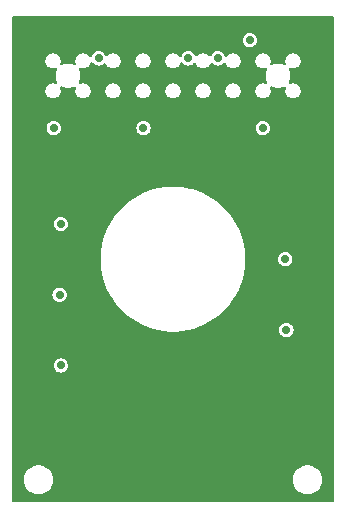
<source format=gbr>
%TF.GenerationSoftware,KiCad,Pcbnew,8.0.3*%
%TF.CreationDate,2024-07-14T16:13:23+03:00*%
%TF.ProjectId,TFT_Adapter,5446545f-4164-4617-9074-65722e6b6963,rev?*%
%TF.SameCoordinates,Original*%
%TF.FileFunction,Copper,L2,Inr*%
%TF.FilePolarity,Positive*%
%FSLAX46Y46*%
G04 Gerber Fmt 4.6, Leading zero omitted, Abs format (unit mm)*
G04 Created by KiCad (PCBNEW 8.0.3) date 2024-07-14 16:13:23*
%MOMM*%
%LPD*%
G01*
G04 APERTURE LIST*
%TA.AperFunction,ViaPad*%
%ADD10C,0.700000*%
%TD*%
G04 APERTURE END LIST*
D10*
%TO.N,/WRX*%
X155500000Y-61459500D03*
X139500000Y-89000000D03*
%TO.N,GND*%
X142500000Y-71500000D03*
X138000000Y-78500000D03*
X138000000Y-81600000D03*
X138000000Y-84600000D03*
X138000000Y-87700000D03*
X160000000Y-87800000D03*
X160000000Y-84600000D03*
X160000000Y-75500000D03*
X160000000Y-78500000D03*
X160000000Y-81600000D03*
X161300000Y-61600000D03*
X161300000Y-71000000D03*
X158100000Y-71000000D03*
X150800000Y-69700000D03*
X154700000Y-71000000D03*
X147600000Y-72000000D03*
X146700000Y-72000000D03*
X145800000Y-72000000D03*
X138000000Y-75500000D03*
X138000000Y-72000000D03*
X140400000Y-69700000D03*
X143700000Y-70000000D03*
X137000000Y-61500000D03*
%TO.N,/D6*%
X142700000Y-63000000D03*
X139400000Y-83000000D03*
%TO.N,/D1*%
X152800000Y-63000000D03*
X158500000Y-80000000D03*
%TO.N,/D3*%
X150300000Y-63000000D03*
X158600000Y-86000000D03*
%TO.N,/VCC*%
X156600000Y-68900000D03*
X146500000Y-68900000D03*
X139500000Y-77000000D03*
X138900000Y-68900000D03*
%TD*%
%TA.AperFunction,Conductor*%
%TO.N,GND*%
G36*
X162541621Y-59420502D02*
G01*
X162588114Y-59474158D01*
X162599500Y-59526500D01*
X162599500Y-100473500D01*
X162579498Y-100541621D01*
X162525842Y-100588114D01*
X162473500Y-100599500D01*
X135526500Y-100599500D01*
X135458379Y-100579498D01*
X135411886Y-100525842D01*
X135400500Y-100473500D01*
X135400500Y-98593394D01*
X136382500Y-98593394D01*
X136382500Y-98786606D01*
X136412725Y-98977440D01*
X136412726Y-98977445D01*
X136472429Y-99161192D01*
X136472431Y-99161197D01*
X136472432Y-99161198D01*
X136560149Y-99333351D01*
X136673715Y-99489664D01*
X136810335Y-99626284D01*
X136881156Y-99677737D01*
X136966650Y-99739852D01*
X137138803Y-99827569D01*
X137322560Y-99887275D01*
X137513394Y-99917500D01*
X137513397Y-99917500D01*
X137706603Y-99917500D01*
X137706606Y-99917500D01*
X137897440Y-99887275D01*
X138081197Y-99827569D01*
X138253350Y-99739852D01*
X138409663Y-99626285D01*
X138546285Y-99489663D01*
X138659852Y-99333350D01*
X138747569Y-99161197D01*
X138807275Y-98977440D01*
X138837500Y-98786606D01*
X138837500Y-98593394D01*
X159162500Y-98593394D01*
X159162500Y-98786606D01*
X159192725Y-98977440D01*
X159192726Y-98977445D01*
X159252429Y-99161192D01*
X159252431Y-99161197D01*
X159252432Y-99161198D01*
X159340149Y-99333351D01*
X159453715Y-99489664D01*
X159590335Y-99626284D01*
X159661156Y-99677737D01*
X159746650Y-99739852D01*
X159918803Y-99827569D01*
X160102560Y-99887275D01*
X160293394Y-99917500D01*
X160293397Y-99917500D01*
X160486603Y-99917500D01*
X160486606Y-99917500D01*
X160677440Y-99887275D01*
X160861197Y-99827569D01*
X161033350Y-99739852D01*
X161189663Y-99626285D01*
X161326285Y-99489663D01*
X161439852Y-99333350D01*
X161527569Y-99161197D01*
X161587275Y-98977440D01*
X161617500Y-98786606D01*
X161617500Y-98593394D01*
X161587275Y-98402560D01*
X161527569Y-98218803D01*
X161439852Y-98046650D01*
X161326285Y-97890337D01*
X161326284Y-97890335D01*
X161189664Y-97753715D01*
X161033351Y-97640149D01*
X161033352Y-97640149D01*
X161033350Y-97640148D01*
X160861197Y-97552431D01*
X160861194Y-97552430D01*
X160861192Y-97552429D01*
X160677445Y-97492726D01*
X160677441Y-97492725D01*
X160677440Y-97492725D01*
X160486606Y-97462500D01*
X160293394Y-97462500D01*
X160102560Y-97492725D01*
X160102554Y-97492726D01*
X159918807Y-97552429D01*
X159918801Y-97552432D01*
X159746648Y-97640149D01*
X159590335Y-97753715D01*
X159453715Y-97890335D01*
X159340149Y-98046648D01*
X159252432Y-98218801D01*
X159252429Y-98218807D01*
X159192726Y-98402554D01*
X159192725Y-98402559D01*
X159192725Y-98402560D01*
X159162500Y-98593394D01*
X138837500Y-98593394D01*
X138807275Y-98402560D01*
X138747569Y-98218803D01*
X138659852Y-98046650D01*
X138546285Y-97890337D01*
X138546284Y-97890335D01*
X138409664Y-97753715D01*
X138253351Y-97640149D01*
X138253352Y-97640149D01*
X138253350Y-97640148D01*
X138081197Y-97552431D01*
X138081194Y-97552430D01*
X138081192Y-97552429D01*
X137897445Y-97492726D01*
X137897441Y-97492725D01*
X137897440Y-97492725D01*
X137706606Y-97462500D01*
X137513394Y-97462500D01*
X137322560Y-97492725D01*
X137322554Y-97492726D01*
X137138807Y-97552429D01*
X137138801Y-97552432D01*
X136966648Y-97640149D01*
X136810335Y-97753715D01*
X136673715Y-97890335D01*
X136560149Y-98046648D01*
X136472432Y-98218801D01*
X136472429Y-98218807D01*
X136412726Y-98402554D01*
X136412725Y-98402559D01*
X136412725Y-98402560D01*
X136382500Y-98593394D01*
X135400500Y-98593394D01*
X135400500Y-89000000D01*
X138890284Y-89000000D01*
X138911060Y-89157806D01*
X138971968Y-89304857D01*
X139068865Y-89431134D01*
X139195142Y-89528031D01*
X139287872Y-89566439D01*
X139342194Y-89588940D01*
X139500000Y-89609716D01*
X139657806Y-89588940D01*
X139750536Y-89550530D01*
X139804857Y-89528031D01*
X139931134Y-89431134D01*
X140028031Y-89304857D01*
X140050530Y-89250536D01*
X140088940Y-89157806D01*
X140109716Y-89000000D01*
X140088940Y-88842194D01*
X140066439Y-88787872D01*
X140028031Y-88695142D01*
X139931134Y-88568865D01*
X139804857Y-88471968D01*
X139657806Y-88411060D01*
X139500000Y-88390284D01*
X139342193Y-88411060D01*
X139195142Y-88471968D01*
X139068865Y-88568865D01*
X138971968Y-88695142D01*
X138911060Y-88842193D01*
X138890284Y-89000000D01*
X135400500Y-89000000D01*
X135400500Y-83000000D01*
X138790284Y-83000000D01*
X138811060Y-83157806D01*
X138871968Y-83304857D01*
X138968865Y-83431134D01*
X139095142Y-83528031D01*
X139187872Y-83566439D01*
X139242194Y-83588940D01*
X139400000Y-83609716D01*
X139557806Y-83588940D01*
X139650536Y-83550530D01*
X139704857Y-83528031D01*
X139831134Y-83431134D01*
X139928031Y-83304857D01*
X139950530Y-83250536D01*
X139988940Y-83157806D01*
X140009716Y-83000000D01*
X139988940Y-82842194D01*
X139966439Y-82787872D01*
X139928031Y-82695142D01*
X139831134Y-82568865D01*
X139704857Y-82471968D01*
X139557806Y-82411060D01*
X139400000Y-82390284D01*
X139242193Y-82411060D01*
X139095142Y-82471968D01*
X138968865Y-82568865D01*
X138871968Y-82695142D01*
X138811060Y-82842193D01*
X138790284Y-83000000D01*
X135400500Y-83000000D01*
X135400500Y-79759250D01*
X142872500Y-79759250D01*
X142872500Y-80240750D01*
X142895109Y-80528031D01*
X142910279Y-80720775D01*
X142985599Y-81196328D01*
X142985599Y-81196329D01*
X143098007Y-81664544D01*
X143246794Y-82122464D01*
X143366335Y-82411060D01*
X143431059Y-82567317D01*
X143496189Y-82695142D01*
X143571115Y-82842193D01*
X143649656Y-82996337D01*
X143901239Y-83406883D01*
X144184258Y-83796425D01*
X144496967Y-84162561D01*
X144496976Y-84162570D01*
X144496988Y-84162583D01*
X144837416Y-84503011D01*
X144837428Y-84503022D01*
X144837439Y-84503033D01*
X145203575Y-84815742D01*
X145593117Y-85098761D01*
X146003663Y-85350344D01*
X146432683Y-85568941D01*
X146724887Y-85689975D01*
X146877535Y-85753205D01*
X147335455Y-85901992D01*
X147335457Y-85901992D01*
X147335465Y-85901995D01*
X147803662Y-86014399D01*
X148279234Y-86089722D01*
X148759250Y-86127500D01*
X148759252Y-86127500D01*
X149240748Y-86127500D01*
X149240750Y-86127500D01*
X149720766Y-86089722D01*
X150196338Y-86014399D01*
X150256314Y-86000000D01*
X157990284Y-86000000D01*
X158011060Y-86157806D01*
X158071968Y-86304857D01*
X158168865Y-86431134D01*
X158295142Y-86528031D01*
X158387872Y-86566439D01*
X158442194Y-86588940D01*
X158600000Y-86609716D01*
X158757806Y-86588940D01*
X158850536Y-86550530D01*
X158904857Y-86528031D01*
X159031134Y-86431134D01*
X159128031Y-86304857D01*
X159150530Y-86250536D01*
X159188940Y-86157806D01*
X159209716Y-86000000D01*
X159188940Y-85842194D01*
X159152080Y-85753205D01*
X159128031Y-85695142D01*
X159031134Y-85568865D01*
X158904857Y-85471968D01*
X158757806Y-85411060D01*
X158600000Y-85390284D01*
X158442193Y-85411060D01*
X158295142Y-85471968D01*
X158168865Y-85568865D01*
X158071968Y-85695142D01*
X158011060Y-85842193D01*
X157990284Y-86000000D01*
X150256314Y-86000000D01*
X150664535Y-85901995D01*
X150741404Y-85877018D01*
X151122464Y-85753205D01*
X151122469Y-85753203D01*
X151567317Y-85568941D01*
X151996337Y-85350344D01*
X152406883Y-85098761D01*
X152796425Y-84815742D01*
X153162561Y-84503033D01*
X153503033Y-84162561D01*
X153815742Y-83796425D01*
X154098761Y-83406883D01*
X154350344Y-82996337D01*
X154568941Y-82567317D01*
X154753203Y-82122469D01*
X154901995Y-81664535D01*
X155014399Y-81196338D01*
X155089722Y-80720766D01*
X155127500Y-80240750D01*
X155127500Y-80000000D01*
X157890284Y-80000000D01*
X157911060Y-80157806D01*
X157971968Y-80304857D01*
X158068865Y-80431134D01*
X158195142Y-80528031D01*
X158287872Y-80566439D01*
X158342194Y-80588940D01*
X158500000Y-80609716D01*
X158657806Y-80588940D01*
X158750536Y-80550530D01*
X158804857Y-80528031D01*
X158931134Y-80431134D01*
X159028031Y-80304857D01*
X159054585Y-80240747D01*
X159088940Y-80157806D01*
X159109716Y-80000000D01*
X159088940Y-79842194D01*
X159054584Y-79759250D01*
X159028031Y-79695142D01*
X158931134Y-79568865D01*
X158804857Y-79471968D01*
X158657806Y-79411060D01*
X158500000Y-79390284D01*
X158342193Y-79411060D01*
X158195142Y-79471968D01*
X158068865Y-79568865D01*
X157971968Y-79695142D01*
X157911060Y-79842193D01*
X157890284Y-80000000D01*
X155127500Y-80000000D01*
X155127500Y-79759250D01*
X155089722Y-79279234D01*
X155014399Y-78803662D01*
X154901995Y-78335465D01*
X154901992Y-78335455D01*
X154753205Y-77877535D01*
X154642270Y-77609715D01*
X154568941Y-77432683D01*
X154350344Y-77003663D01*
X154098761Y-76593117D01*
X153815742Y-76203575D01*
X153503033Y-75837439D01*
X153503022Y-75837428D01*
X153503011Y-75837416D01*
X153162583Y-75496988D01*
X153162570Y-75496976D01*
X153162561Y-75496967D01*
X152796425Y-75184258D01*
X152406883Y-74901239D01*
X151996337Y-74649656D01*
X151996336Y-74649655D01*
X151996332Y-74649653D01*
X151802257Y-74550767D01*
X151567317Y-74431059D01*
X151535698Y-74417961D01*
X151122464Y-74246794D01*
X150664544Y-74098007D01*
X150430436Y-74041803D01*
X150196338Y-73985601D01*
X150196336Y-73985600D01*
X150196329Y-73985599D01*
X149720775Y-73910279D01*
X149720769Y-73910278D01*
X149720766Y-73910278D01*
X149240750Y-73872500D01*
X148759250Y-73872500D01*
X148279234Y-73910278D01*
X148279231Y-73910278D01*
X148279224Y-73910279D01*
X147803671Y-73985599D01*
X147803670Y-73985599D01*
X147335455Y-74098007D01*
X146877535Y-74246794D01*
X146432687Y-74431057D01*
X146003667Y-74649653D01*
X145593121Y-74901236D01*
X145203575Y-75184257D01*
X144837454Y-75496953D01*
X144837416Y-75496988D01*
X144496988Y-75837416D01*
X144496953Y-75837454D01*
X144184257Y-76203575D01*
X143901236Y-76593121D01*
X143649653Y-77003667D01*
X143431057Y-77432687D01*
X143246794Y-77877535D01*
X143098007Y-78335455D01*
X142985599Y-78803670D01*
X142985599Y-78803671D01*
X142910279Y-79279224D01*
X142910278Y-79279231D01*
X142910278Y-79279234D01*
X142872500Y-79759250D01*
X135400500Y-79759250D01*
X135400500Y-77000000D01*
X138890284Y-77000000D01*
X138911060Y-77157806D01*
X138971968Y-77304857D01*
X139068865Y-77431134D01*
X139195142Y-77528031D01*
X139287872Y-77566439D01*
X139342194Y-77588940D01*
X139500000Y-77609716D01*
X139657806Y-77588940D01*
X139750536Y-77550530D01*
X139804857Y-77528031D01*
X139931134Y-77431134D01*
X140028031Y-77304857D01*
X140050530Y-77250536D01*
X140088940Y-77157806D01*
X140109716Y-77000000D01*
X140088940Y-76842194D01*
X140066439Y-76787872D01*
X140028031Y-76695142D01*
X139931134Y-76568865D01*
X139804857Y-76471968D01*
X139657806Y-76411060D01*
X139500000Y-76390284D01*
X139342193Y-76411060D01*
X139195142Y-76471968D01*
X139068865Y-76568865D01*
X138971968Y-76695142D01*
X138911060Y-76842193D01*
X138890284Y-77000000D01*
X135400500Y-77000000D01*
X135400500Y-68900000D01*
X138290284Y-68900000D01*
X138311060Y-69057806D01*
X138371968Y-69204857D01*
X138468865Y-69331134D01*
X138595142Y-69428031D01*
X138687872Y-69466439D01*
X138742194Y-69488940D01*
X138900000Y-69509716D01*
X139057806Y-69488940D01*
X139150536Y-69450530D01*
X139204857Y-69428031D01*
X139331134Y-69331134D01*
X139428031Y-69204857D01*
X139450530Y-69150536D01*
X139488940Y-69057806D01*
X139509716Y-68900000D01*
X145890284Y-68900000D01*
X145911060Y-69057806D01*
X145971968Y-69204857D01*
X146068865Y-69331134D01*
X146195142Y-69428031D01*
X146287872Y-69466439D01*
X146342194Y-69488940D01*
X146500000Y-69509716D01*
X146657806Y-69488940D01*
X146750536Y-69450530D01*
X146804857Y-69428031D01*
X146931134Y-69331134D01*
X147028031Y-69204857D01*
X147050530Y-69150536D01*
X147088940Y-69057806D01*
X147109716Y-68900000D01*
X155990284Y-68900000D01*
X156011060Y-69057806D01*
X156071968Y-69204857D01*
X156168865Y-69331134D01*
X156295142Y-69428031D01*
X156387872Y-69466439D01*
X156442194Y-69488940D01*
X156600000Y-69509716D01*
X156757806Y-69488940D01*
X156850536Y-69450530D01*
X156904857Y-69428031D01*
X157031134Y-69331134D01*
X157128031Y-69204857D01*
X157150530Y-69150536D01*
X157188940Y-69057806D01*
X157209716Y-68900000D01*
X157188940Y-68742194D01*
X157166439Y-68687872D01*
X157128031Y-68595142D01*
X157031134Y-68468865D01*
X156904857Y-68371968D01*
X156757806Y-68311060D01*
X156600000Y-68290284D01*
X156442193Y-68311060D01*
X156295142Y-68371968D01*
X156168865Y-68468865D01*
X156071968Y-68595142D01*
X156011060Y-68742193D01*
X155990284Y-68900000D01*
X147109716Y-68900000D01*
X147088940Y-68742194D01*
X147066439Y-68687872D01*
X147028031Y-68595142D01*
X146931134Y-68468865D01*
X146804857Y-68371968D01*
X146657806Y-68311060D01*
X146500000Y-68290284D01*
X146342193Y-68311060D01*
X146195142Y-68371968D01*
X146068865Y-68468865D01*
X145971968Y-68595142D01*
X145911060Y-68742193D01*
X145890284Y-68900000D01*
X139509716Y-68900000D01*
X139488940Y-68742194D01*
X139466439Y-68687872D01*
X139428031Y-68595142D01*
X139331134Y-68468865D01*
X139204857Y-68371968D01*
X139057806Y-68311060D01*
X138900000Y-68290284D01*
X138742193Y-68311060D01*
X138595142Y-68371968D01*
X138468865Y-68468865D01*
X138371968Y-68595142D01*
X138311060Y-68742193D01*
X138290284Y-68900000D01*
X135400500Y-68900000D01*
X135400500Y-63139204D01*
X138202500Y-63139204D01*
X138202500Y-63264795D01*
X138226996Y-63387947D01*
X138226997Y-63387950D01*
X138226998Y-63387952D01*
X138275054Y-63503970D01*
X138313615Y-63561680D01*
X138344820Y-63608382D01*
X138344825Y-63608388D01*
X138433611Y-63697174D01*
X138433617Y-63697179D01*
X138538030Y-63766946D01*
X138654048Y-63815002D01*
X138654050Y-63815002D01*
X138654052Y-63815003D01*
X138777204Y-63839499D01*
X138777210Y-63839499D01*
X138777212Y-63839500D01*
X138777213Y-63839500D01*
X138902787Y-63839500D01*
X138902788Y-63839500D01*
X138902789Y-63839499D01*
X138902795Y-63839499D01*
X139025947Y-63815003D01*
X139025947Y-63815002D01*
X139025952Y-63815002D01*
X139040339Y-63809042D01*
X139110925Y-63801451D01*
X139174414Y-63833228D01*
X139210644Y-63894284D01*
X139208113Y-63965236D01*
X139199684Y-63984840D01*
X139199443Y-63985289D01*
X139121988Y-64172283D01*
X139121986Y-64172288D01*
X139082500Y-64370797D01*
X139082500Y-64573202D01*
X139121986Y-64771711D01*
X139121988Y-64771716D01*
X139199441Y-64958704D01*
X139199680Y-64959151D01*
X139199734Y-64959411D01*
X139201810Y-64964423D01*
X139200859Y-64964816D01*
X139214153Y-65028657D01*
X139188750Y-65094954D01*
X139131538Y-65136992D01*
X139060680Y-65141426D01*
X139040341Y-65134958D01*
X139025950Y-65128997D01*
X139025947Y-65128996D01*
X138902795Y-65104500D01*
X138902788Y-65104500D01*
X138777212Y-65104500D01*
X138777204Y-65104500D01*
X138654052Y-65128996D01*
X138654049Y-65128997D01*
X138538030Y-65177054D01*
X138433617Y-65246820D01*
X138433611Y-65246825D01*
X138344825Y-65335611D01*
X138344820Y-65335617D01*
X138275054Y-65440030D01*
X138226997Y-65556049D01*
X138226996Y-65556052D01*
X138202500Y-65679204D01*
X138202500Y-65804795D01*
X138226996Y-65927947D01*
X138226997Y-65927950D01*
X138226998Y-65927952D01*
X138275054Y-66043970D01*
X138321670Y-66113736D01*
X138344820Y-66148382D01*
X138344825Y-66148388D01*
X138433611Y-66237174D01*
X138433617Y-66237179D01*
X138538030Y-66306946D01*
X138654048Y-66355002D01*
X138654050Y-66355002D01*
X138654052Y-66355003D01*
X138777204Y-66379499D01*
X138777210Y-66379499D01*
X138777212Y-66379500D01*
X138777213Y-66379500D01*
X138902787Y-66379500D01*
X138902788Y-66379500D01*
X138902789Y-66379499D01*
X138902795Y-66379499D01*
X139025947Y-66355003D01*
X139025947Y-66355002D01*
X139025952Y-66355002D01*
X139141970Y-66306946D01*
X139246383Y-66237179D01*
X139335179Y-66148383D01*
X139404946Y-66043970D01*
X139453002Y-65927952D01*
X139477500Y-65804788D01*
X139477500Y-65679212D01*
X139477499Y-65679210D01*
X139477499Y-65679204D01*
X139453003Y-65556052D01*
X139453002Y-65556049D01*
X139453002Y-65556048D01*
X139447041Y-65541656D01*
X139439451Y-65471071D01*
X139471229Y-65407584D01*
X139532286Y-65371355D01*
X139603238Y-65373887D01*
X139622854Y-65382322D01*
X139623287Y-65382553D01*
X139623296Y-65382559D01*
X139810289Y-65460014D01*
X140008800Y-65499500D01*
X140008801Y-65499500D01*
X140211199Y-65499500D01*
X140211200Y-65499500D01*
X140409711Y-65460014D01*
X140596704Y-65382559D01*
X140596712Y-65382553D01*
X140597137Y-65382327D01*
X140597392Y-65382273D01*
X140602423Y-65380190D01*
X140602817Y-65381143D01*
X140666641Y-65367845D01*
X140732941Y-65393239D01*
X140774987Y-65450446D01*
X140779430Y-65521303D01*
X140772959Y-65541656D01*
X140766997Y-65556049D01*
X140766996Y-65556052D01*
X140742500Y-65679204D01*
X140742500Y-65804795D01*
X140766996Y-65927947D01*
X140766997Y-65927950D01*
X140766998Y-65927952D01*
X140815054Y-66043970D01*
X140861670Y-66113736D01*
X140884820Y-66148382D01*
X140884825Y-66148388D01*
X140973611Y-66237174D01*
X140973617Y-66237179D01*
X141078030Y-66306946D01*
X141194048Y-66355002D01*
X141194050Y-66355002D01*
X141194052Y-66355003D01*
X141317204Y-66379499D01*
X141317210Y-66379499D01*
X141317212Y-66379500D01*
X141317213Y-66379500D01*
X141442787Y-66379500D01*
X141442788Y-66379500D01*
X141442789Y-66379499D01*
X141442795Y-66379499D01*
X141565947Y-66355003D01*
X141565947Y-66355002D01*
X141565952Y-66355002D01*
X141681970Y-66306946D01*
X141786383Y-66237179D01*
X141875179Y-66148383D01*
X141944946Y-66043970D01*
X141993002Y-65927952D01*
X142017500Y-65804788D01*
X142017500Y-65679212D01*
X142017499Y-65679210D01*
X142017499Y-65679204D01*
X143282500Y-65679204D01*
X143282500Y-65804795D01*
X143306996Y-65927947D01*
X143306997Y-65927950D01*
X143306998Y-65927952D01*
X143355054Y-66043970D01*
X143401670Y-66113736D01*
X143424820Y-66148382D01*
X143424825Y-66148388D01*
X143513611Y-66237174D01*
X143513617Y-66237179D01*
X143618030Y-66306946D01*
X143734048Y-66355002D01*
X143734050Y-66355002D01*
X143734052Y-66355003D01*
X143857204Y-66379499D01*
X143857210Y-66379499D01*
X143857212Y-66379500D01*
X143857213Y-66379500D01*
X143982787Y-66379500D01*
X143982788Y-66379500D01*
X143982789Y-66379499D01*
X143982795Y-66379499D01*
X144105947Y-66355003D01*
X144105947Y-66355002D01*
X144105952Y-66355002D01*
X144221970Y-66306946D01*
X144326383Y-66237179D01*
X144415179Y-66148383D01*
X144484946Y-66043970D01*
X144533002Y-65927952D01*
X144557500Y-65804788D01*
X144557500Y-65679212D01*
X144557499Y-65679210D01*
X144557499Y-65679204D01*
X145822500Y-65679204D01*
X145822500Y-65804795D01*
X145846996Y-65927947D01*
X145846997Y-65927950D01*
X145846998Y-65927952D01*
X145895054Y-66043970D01*
X145941670Y-66113736D01*
X145964820Y-66148382D01*
X145964825Y-66148388D01*
X146053611Y-66237174D01*
X146053617Y-66237179D01*
X146158030Y-66306946D01*
X146274048Y-66355002D01*
X146274050Y-66355002D01*
X146274052Y-66355003D01*
X146397204Y-66379499D01*
X146397210Y-66379499D01*
X146397212Y-66379500D01*
X146397213Y-66379500D01*
X146522787Y-66379500D01*
X146522788Y-66379500D01*
X146522789Y-66379499D01*
X146522795Y-66379499D01*
X146645947Y-66355003D01*
X146645947Y-66355002D01*
X146645952Y-66355002D01*
X146761970Y-66306946D01*
X146866383Y-66237179D01*
X146955179Y-66148383D01*
X147024946Y-66043970D01*
X147073002Y-65927952D01*
X147097500Y-65804788D01*
X147097500Y-65679212D01*
X147097499Y-65679210D01*
X147097499Y-65679204D01*
X148362500Y-65679204D01*
X148362500Y-65804795D01*
X148386996Y-65927947D01*
X148386997Y-65927950D01*
X148386998Y-65927952D01*
X148435054Y-66043970D01*
X148481670Y-66113736D01*
X148504820Y-66148382D01*
X148504825Y-66148388D01*
X148593611Y-66237174D01*
X148593617Y-66237179D01*
X148698030Y-66306946D01*
X148814048Y-66355002D01*
X148814050Y-66355002D01*
X148814052Y-66355003D01*
X148937204Y-66379499D01*
X148937210Y-66379499D01*
X148937212Y-66379500D01*
X148937213Y-66379500D01*
X149062787Y-66379500D01*
X149062788Y-66379500D01*
X149062789Y-66379499D01*
X149062795Y-66379499D01*
X149185947Y-66355003D01*
X149185947Y-66355002D01*
X149185952Y-66355002D01*
X149301970Y-66306946D01*
X149406383Y-66237179D01*
X149495179Y-66148383D01*
X149564946Y-66043970D01*
X149613002Y-65927952D01*
X149637500Y-65804788D01*
X149637500Y-65679212D01*
X149637499Y-65679210D01*
X149637499Y-65679204D01*
X150902500Y-65679204D01*
X150902500Y-65804795D01*
X150926996Y-65927947D01*
X150926997Y-65927950D01*
X150926998Y-65927952D01*
X150975054Y-66043970D01*
X151021670Y-66113736D01*
X151044820Y-66148382D01*
X151044825Y-66148388D01*
X151133611Y-66237174D01*
X151133617Y-66237179D01*
X151238030Y-66306946D01*
X151354048Y-66355002D01*
X151354050Y-66355002D01*
X151354052Y-66355003D01*
X151477204Y-66379499D01*
X151477210Y-66379499D01*
X151477212Y-66379500D01*
X151477213Y-66379500D01*
X151602787Y-66379500D01*
X151602788Y-66379500D01*
X151602789Y-66379499D01*
X151602795Y-66379499D01*
X151725947Y-66355003D01*
X151725947Y-66355002D01*
X151725952Y-66355002D01*
X151841970Y-66306946D01*
X151946383Y-66237179D01*
X152035179Y-66148383D01*
X152104946Y-66043970D01*
X152153002Y-65927952D01*
X152177500Y-65804788D01*
X152177500Y-65679212D01*
X152177499Y-65679210D01*
X152177499Y-65679204D01*
X153442500Y-65679204D01*
X153442500Y-65804795D01*
X153466996Y-65927947D01*
X153466997Y-65927950D01*
X153466998Y-65927952D01*
X153515054Y-66043970D01*
X153561670Y-66113736D01*
X153584820Y-66148382D01*
X153584825Y-66148388D01*
X153673611Y-66237174D01*
X153673617Y-66237179D01*
X153778030Y-66306946D01*
X153894048Y-66355002D01*
X153894050Y-66355002D01*
X153894052Y-66355003D01*
X154017204Y-66379499D01*
X154017210Y-66379499D01*
X154017212Y-66379500D01*
X154017213Y-66379500D01*
X154142787Y-66379500D01*
X154142788Y-66379500D01*
X154142789Y-66379499D01*
X154142795Y-66379499D01*
X154265947Y-66355003D01*
X154265947Y-66355002D01*
X154265952Y-66355002D01*
X154381970Y-66306946D01*
X154486383Y-66237179D01*
X154575179Y-66148383D01*
X154644946Y-66043970D01*
X154693002Y-65927952D01*
X154717500Y-65804788D01*
X154717500Y-65679212D01*
X154717499Y-65679210D01*
X154717499Y-65679204D01*
X154693003Y-65556052D01*
X154693002Y-65556049D01*
X154693002Y-65556048D01*
X154644946Y-65440030D01*
X154575179Y-65335617D01*
X154575174Y-65335611D01*
X154486388Y-65246825D01*
X154486382Y-65246820D01*
X154451736Y-65223670D01*
X154381970Y-65177054D01*
X154265952Y-65128998D01*
X154265950Y-65128997D01*
X154265947Y-65128996D01*
X154142795Y-65104500D01*
X154142788Y-65104500D01*
X154017212Y-65104500D01*
X154017204Y-65104500D01*
X153894052Y-65128996D01*
X153894049Y-65128997D01*
X153778030Y-65177054D01*
X153673617Y-65246820D01*
X153673611Y-65246825D01*
X153584825Y-65335611D01*
X153584820Y-65335617D01*
X153515054Y-65440030D01*
X153466997Y-65556049D01*
X153466996Y-65556052D01*
X153442500Y-65679204D01*
X152177499Y-65679204D01*
X152153003Y-65556052D01*
X152153002Y-65556049D01*
X152153002Y-65556048D01*
X152104946Y-65440030D01*
X152035179Y-65335617D01*
X152035174Y-65335611D01*
X151946388Y-65246825D01*
X151946382Y-65246820D01*
X151911736Y-65223670D01*
X151841970Y-65177054D01*
X151725952Y-65128998D01*
X151725950Y-65128997D01*
X151725947Y-65128996D01*
X151602795Y-65104500D01*
X151602788Y-65104500D01*
X151477212Y-65104500D01*
X151477204Y-65104500D01*
X151354052Y-65128996D01*
X151354049Y-65128997D01*
X151238030Y-65177054D01*
X151133617Y-65246820D01*
X151133611Y-65246825D01*
X151044825Y-65335611D01*
X151044820Y-65335617D01*
X150975054Y-65440030D01*
X150926997Y-65556049D01*
X150926996Y-65556052D01*
X150902500Y-65679204D01*
X149637499Y-65679204D01*
X149613003Y-65556052D01*
X149613002Y-65556049D01*
X149613002Y-65556048D01*
X149564946Y-65440030D01*
X149495179Y-65335617D01*
X149495174Y-65335611D01*
X149406388Y-65246825D01*
X149406382Y-65246820D01*
X149371736Y-65223670D01*
X149301970Y-65177054D01*
X149185952Y-65128998D01*
X149185950Y-65128997D01*
X149185947Y-65128996D01*
X149062795Y-65104500D01*
X149062788Y-65104500D01*
X148937212Y-65104500D01*
X148937204Y-65104500D01*
X148814052Y-65128996D01*
X148814049Y-65128997D01*
X148698030Y-65177054D01*
X148593617Y-65246820D01*
X148593611Y-65246825D01*
X148504825Y-65335611D01*
X148504820Y-65335617D01*
X148435054Y-65440030D01*
X148386997Y-65556049D01*
X148386996Y-65556052D01*
X148362500Y-65679204D01*
X147097499Y-65679204D01*
X147073003Y-65556052D01*
X147073002Y-65556049D01*
X147073002Y-65556048D01*
X147024946Y-65440030D01*
X146955179Y-65335617D01*
X146955174Y-65335611D01*
X146866388Y-65246825D01*
X146866382Y-65246820D01*
X146831736Y-65223670D01*
X146761970Y-65177054D01*
X146645952Y-65128998D01*
X146645950Y-65128997D01*
X146645947Y-65128996D01*
X146522795Y-65104500D01*
X146522788Y-65104500D01*
X146397212Y-65104500D01*
X146397204Y-65104500D01*
X146274052Y-65128996D01*
X146274049Y-65128997D01*
X146158030Y-65177054D01*
X146053617Y-65246820D01*
X146053611Y-65246825D01*
X145964825Y-65335611D01*
X145964820Y-65335617D01*
X145895054Y-65440030D01*
X145846997Y-65556049D01*
X145846996Y-65556052D01*
X145822500Y-65679204D01*
X144557499Y-65679204D01*
X144533003Y-65556052D01*
X144533002Y-65556049D01*
X144533002Y-65556048D01*
X144484946Y-65440030D01*
X144415179Y-65335617D01*
X144415174Y-65335611D01*
X144326388Y-65246825D01*
X144326382Y-65246820D01*
X144291736Y-65223670D01*
X144221970Y-65177054D01*
X144105952Y-65128998D01*
X144105950Y-65128997D01*
X144105947Y-65128996D01*
X143982795Y-65104500D01*
X143982788Y-65104500D01*
X143857212Y-65104500D01*
X143857204Y-65104500D01*
X143734052Y-65128996D01*
X143734049Y-65128997D01*
X143618030Y-65177054D01*
X143513617Y-65246820D01*
X143513611Y-65246825D01*
X143424825Y-65335611D01*
X143424820Y-65335617D01*
X143355054Y-65440030D01*
X143306997Y-65556049D01*
X143306996Y-65556052D01*
X143282500Y-65679204D01*
X142017499Y-65679204D01*
X141993003Y-65556052D01*
X141993002Y-65556049D01*
X141993002Y-65556048D01*
X141944946Y-65440030D01*
X141875179Y-65335617D01*
X141875174Y-65335611D01*
X141786388Y-65246825D01*
X141786382Y-65246820D01*
X141751736Y-65223670D01*
X141681970Y-65177054D01*
X141565952Y-65128998D01*
X141565950Y-65128997D01*
X141565947Y-65128996D01*
X141442795Y-65104500D01*
X141442788Y-65104500D01*
X141317212Y-65104500D01*
X141317204Y-65104500D01*
X141194052Y-65128996D01*
X141194049Y-65128997D01*
X141179656Y-65134959D01*
X141109066Y-65142547D01*
X141045580Y-65110766D01*
X141009353Y-65049707D01*
X141011889Y-64978756D01*
X141020327Y-64959137D01*
X141020553Y-64958712D01*
X141020559Y-64958704D01*
X141098014Y-64771711D01*
X141137500Y-64573200D01*
X141137500Y-64370800D01*
X141098014Y-64172289D01*
X141020559Y-63985296D01*
X141020553Y-63985287D01*
X141020322Y-63984854D01*
X141020267Y-63984592D01*
X141018190Y-63979577D01*
X141019140Y-63979183D01*
X141005845Y-63915349D01*
X141031244Y-63849051D01*
X141088454Y-63807009D01*
X141159312Y-63802571D01*
X141179653Y-63809039D01*
X141194048Y-63815002D01*
X141194051Y-63815002D01*
X141194052Y-63815003D01*
X141317204Y-63839499D01*
X141317210Y-63839499D01*
X141317212Y-63839500D01*
X141317213Y-63839500D01*
X141442787Y-63839500D01*
X141442788Y-63839500D01*
X141442789Y-63839499D01*
X141442795Y-63839499D01*
X141565947Y-63815003D01*
X141565947Y-63815002D01*
X141565952Y-63815002D01*
X141681970Y-63766946D01*
X141786383Y-63697179D01*
X141875179Y-63608383D01*
X141944946Y-63503970D01*
X141993002Y-63387952D01*
X141993002Y-63387950D01*
X141994579Y-63384144D01*
X142039127Y-63328863D01*
X142106490Y-63306442D01*
X142175282Y-63324000D01*
X142210950Y-63355658D01*
X142268865Y-63431134D01*
X142395142Y-63528031D01*
X142479233Y-63562861D01*
X142542194Y-63588940D01*
X142700000Y-63609716D01*
X142857806Y-63588940D01*
X142950536Y-63550530D01*
X143004857Y-63528031D01*
X143062254Y-63483988D01*
X143131134Y-63431134D01*
X143131140Y-63431125D01*
X143134790Y-63427477D01*
X143197100Y-63393449D01*
X143267916Y-63398510D01*
X143324754Y-63441054D01*
X143340298Y-63468348D01*
X143355052Y-63503967D01*
X143355053Y-63503969D01*
X143424820Y-63608382D01*
X143424825Y-63608388D01*
X143513611Y-63697174D01*
X143513617Y-63697179D01*
X143618030Y-63766946D01*
X143734048Y-63815002D01*
X143734050Y-63815002D01*
X143734052Y-63815003D01*
X143857204Y-63839499D01*
X143857210Y-63839499D01*
X143857212Y-63839500D01*
X143857213Y-63839500D01*
X143982787Y-63839500D01*
X143982788Y-63839500D01*
X143982789Y-63839499D01*
X143982795Y-63839499D01*
X144105947Y-63815003D01*
X144105947Y-63815002D01*
X144105952Y-63815002D01*
X144221970Y-63766946D01*
X144326383Y-63697179D01*
X144415179Y-63608383D01*
X144484946Y-63503970D01*
X144533002Y-63387952D01*
X144539114Y-63357223D01*
X144557499Y-63264795D01*
X144557500Y-63264786D01*
X144557500Y-63139213D01*
X144557499Y-63139204D01*
X145822500Y-63139204D01*
X145822500Y-63264795D01*
X145846996Y-63387947D01*
X145846997Y-63387950D01*
X145846998Y-63387952D01*
X145895054Y-63503970D01*
X145933615Y-63561680D01*
X145964820Y-63608382D01*
X145964825Y-63608388D01*
X146053611Y-63697174D01*
X146053617Y-63697179D01*
X146158030Y-63766946D01*
X146274048Y-63815002D01*
X146274050Y-63815002D01*
X146274052Y-63815003D01*
X146397204Y-63839499D01*
X146397210Y-63839499D01*
X146397212Y-63839500D01*
X146397213Y-63839500D01*
X146522787Y-63839500D01*
X146522788Y-63839500D01*
X146522789Y-63839499D01*
X146522795Y-63839499D01*
X146645947Y-63815003D01*
X146645947Y-63815002D01*
X146645952Y-63815002D01*
X146761970Y-63766946D01*
X146866383Y-63697179D01*
X146955179Y-63608383D01*
X147024946Y-63503970D01*
X147073002Y-63387952D01*
X147079114Y-63357223D01*
X147097499Y-63264795D01*
X147097500Y-63264786D01*
X147097500Y-63139213D01*
X147097499Y-63139204D01*
X148362500Y-63139204D01*
X148362500Y-63264795D01*
X148386996Y-63387947D01*
X148386997Y-63387950D01*
X148386998Y-63387952D01*
X148435054Y-63503970D01*
X148473615Y-63561680D01*
X148504820Y-63608382D01*
X148504825Y-63608388D01*
X148593611Y-63697174D01*
X148593617Y-63697179D01*
X148698030Y-63766946D01*
X148814048Y-63815002D01*
X148814050Y-63815002D01*
X148814052Y-63815003D01*
X148937204Y-63839499D01*
X148937210Y-63839499D01*
X148937212Y-63839500D01*
X148937213Y-63839500D01*
X149062787Y-63839500D01*
X149062788Y-63839500D01*
X149062789Y-63839499D01*
X149062795Y-63839499D01*
X149185947Y-63815003D01*
X149185947Y-63815002D01*
X149185952Y-63815002D01*
X149301970Y-63766946D01*
X149406383Y-63697179D01*
X149495179Y-63608383D01*
X149564946Y-63503970D01*
X149607568Y-63401070D01*
X149652114Y-63345791D01*
X149719478Y-63323369D01*
X149788269Y-63340927D01*
X149823938Y-63372584D01*
X149868867Y-63431135D01*
X149995142Y-63528031D01*
X150079233Y-63562861D01*
X150142194Y-63588940D01*
X150300000Y-63609716D01*
X150457806Y-63588940D01*
X150550536Y-63550530D01*
X150604857Y-63528031D01*
X150662254Y-63483988D01*
X150731134Y-63431134D01*
X150737094Y-63423367D01*
X150794432Y-63381499D01*
X150865303Y-63377277D01*
X150927206Y-63412041D01*
X150953466Y-63451852D01*
X150975054Y-63503970D01*
X151013615Y-63561680D01*
X151044820Y-63608382D01*
X151044825Y-63608388D01*
X151133611Y-63697174D01*
X151133617Y-63697179D01*
X151238030Y-63766946D01*
X151354048Y-63815002D01*
X151354050Y-63815002D01*
X151354052Y-63815003D01*
X151477204Y-63839499D01*
X151477210Y-63839499D01*
X151477212Y-63839500D01*
X151477213Y-63839500D01*
X151602787Y-63839500D01*
X151602788Y-63839500D01*
X151602789Y-63839499D01*
X151602795Y-63839499D01*
X151725947Y-63815003D01*
X151725947Y-63815002D01*
X151725952Y-63815002D01*
X151841970Y-63766946D01*
X151946383Y-63697179D01*
X152035179Y-63608383D01*
X152104946Y-63503970D01*
X152133545Y-63434924D01*
X152178093Y-63379644D01*
X152245456Y-63357223D01*
X152314248Y-63374781D01*
X152349916Y-63406438D01*
X152368867Y-63431135D01*
X152495142Y-63528031D01*
X152579233Y-63562861D01*
X152642194Y-63588940D01*
X152800000Y-63609716D01*
X152957806Y-63588940D01*
X153050536Y-63550530D01*
X153104857Y-63528031D01*
X153218206Y-63441054D01*
X153231134Y-63431134D01*
X153263073Y-63389510D01*
X153320409Y-63347645D01*
X153391280Y-63343423D01*
X153453183Y-63378187D01*
X153479443Y-63417998D01*
X153484884Y-63431134D01*
X153515054Y-63503970D01*
X153553615Y-63561680D01*
X153584820Y-63608382D01*
X153584825Y-63608388D01*
X153673611Y-63697174D01*
X153673617Y-63697179D01*
X153778030Y-63766946D01*
X153894048Y-63815002D01*
X153894050Y-63815002D01*
X153894052Y-63815003D01*
X154017204Y-63839499D01*
X154017210Y-63839499D01*
X154017212Y-63839500D01*
X154017213Y-63839500D01*
X154142787Y-63839500D01*
X154142788Y-63839500D01*
X154142789Y-63839499D01*
X154142795Y-63839499D01*
X154265947Y-63815003D01*
X154265947Y-63815002D01*
X154265952Y-63815002D01*
X154381970Y-63766946D01*
X154486383Y-63697179D01*
X154575179Y-63608383D01*
X154644946Y-63503970D01*
X154693002Y-63387952D01*
X154699114Y-63357223D01*
X154717499Y-63264795D01*
X154717500Y-63264786D01*
X154717500Y-63139213D01*
X154717499Y-63139204D01*
X155982500Y-63139204D01*
X155982500Y-63264795D01*
X156006996Y-63387947D01*
X156006997Y-63387950D01*
X156006998Y-63387952D01*
X156055054Y-63503970D01*
X156093615Y-63561680D01*
X156124820Y-63608382D01*
X156124825Y-63608388D01*
X156213611Y-63697174D01*
X156213617Y-63697179D01*
X156318030Y-63766946D01*
X156434048Y-63815002D01*
X156434050Y-63815002D01*
X156434052Y-63815003D01*
X156557204Y-63839499D01*
X156557210Y-63839499D01*
X156557212Y-63839500D01*
X156557213Y-63839500D01*
X156682787Y-63839500D01*
X156682788Y-63839500D01*
X156682789Y-63839499D01*
X156682795Y-63839499D01*
X156805947Y-63815003D01*
X156805947Y-63815002D01*
X156805952Y-63815002D01*
X156820339Y-63809042D01*
X156890925Y-63801451D01*
X156954414Y-63833228D01*
X156990644Y-63894284D01*
X156988113Y-63965236D01*
X156979684Y-63984840D01*
X156979443Y-63985289D01*
X156901988Y-64172283D01*
X156901986Y-64172288D01*
X156862500Y-64370797D01*
X156862500Y-64573202D01*
X156901986Y-64771711D01*
X156901988Y-64771716D01*
X156979441Y-64958704D01*
X156979680Y-64959151D01*
X156979734Y-64959411D01*
X156981810Y-64964423D01*
X156980859Y-64964816D01*
X156994153Y-65028657D01*
X156968750Y-65094954D01*
X156911538Y-65136992D01*
X156840680Y-65141426D01*
X156820341Y-65134958D01*
X156805950Y-65128997D01*
X156805947Y-65128996D01*
X156682795Y-65104500D01*
X156682788Y-65104500D01*
X156557212Y-65104500D01*
X156557204Y-65104500D01*
X156434052Y-65128996D01*
X156434049Y-65128997D01*
X156318030Y-65177054D01*
X156213617Y-65246820D01*
X156213611Y-65246825D01*
X156124825Y-65335611D01*
X156124820Y-65335617D01*
X156055054Y-65440030D01*
X156006997Y-65556049D01*
X156006996Y-65556052D01*
X155982500Y-65679204D01*
X155982500Y-65804795D01*
X156006996Y-65927947D01*
X156006997Y-65927950D01*
X156006998Y-65927952D01*
X156055054Y-66043970D01*
X156101670Y-66113736D01*
X156124820Y-66148382D01*
X156124825Y-66148388D01*
X156213611Y-66237174D01*
X156213617Y-66237179D01*
X156318030Y-66306946D01*
X156434048Y-66355002D01*
X156434050Y-66355002D01*
X156434052Y-66355003D01*
X156557204Y-66379499D01*
X156557210Y-66379499D01*
X156557212Y-66379500D01*
X156557213Y-66379500D01*
X156682787Y-66379500D01*
X156682788Y-66379500D01*
X156682789Y-66379499D01*
X156682795Y-66379499D01*
X156805947Y-66355003D01*
X156805947Y-66355002D01*
X156805952Y-66355002D01*
X156921970Y-66306946D01*
X157026383Y-66237179D01*
X157115179Y-66148383D01*
X157184946Y-66043970D01*
X157233002Y-65927952D01*
X157257500Y-65804788D01*
X157257500Y-65679212D01*
X157257499Y-65679210D01*
X157257499Y-65679204D01*
X157233003Y-65556052D01*
X157233002Y-65556049D01*
X157233002Y-65556048D01*
X157227041Y-65541656D01*
X157219451Y-65471071D01*
X157251229Y-65407584D01*
X157312286Y-65371355D01*
X157383238Y-65373887D01*
X157402854Y-65382322D01*
X157403287Y-65382553D01*
X157403296Y-65382559D01*
X157590289Y-65460014D01*
X157788800Y-65499500D01*
X157788801Y-65499500D01*
X157991199Y-65499500D01*
X157991200Y-65499500D01*
X158189711Y-65460014D01*
X158376704Y-65382559D01*
X158376712Y-65382553D01*
X158377137Y-65382327D01*
X158377392Y-65382273D01*
X158382423Y-65380190D01*
X158382817Y-65381143D01*
X158446641Y-65367845D01*
X158512941Y-65393239D01*
X158554987Y-65450446D01*
X158559430Y-65521303D01*
X158552959Y-65541656D01*
X158546997Y-65556049D01*
X158546996Y-65556052D01*
X158522500Y-65679204D01*
X158522500Y-65804795D01*
X158546996Y-65927947D01*
X158546997Y-65927950D01*
X158546998Y-65927952D01*
X158595054Y-66043970D01*
X158641670Y-66113736D01*
X158664820Y-66148382D01*
X158664825Y-66148388D01*
X158753611Y-66237174D01*
X158753617Y-66237179D01*
X158858030Y-66306946D01*
X158974048Y-66355002D01*
X158974050Y-66355002D01*
X158974052Y-66355003D01*
X159097204Y-66379499D01*
X159097210Y-66379499D01*
X159097212Y-66379500D01*
X159097213Y-66379500D01*
X159222787Y-66379500D01*
X159222788Y-66379500D01*
X159222789Y-66379499D01*
X159222795Y-66379499D01*
X159345947Y-66355003D01*
X159345947Y-66355002D01*
X159345952Y-66355002D01*
X159461970Y-66306946D01*
X159566383Y-66237179D01*
X159655179Y-66148383D01*
X159724946Y-66043970D01*
X159773002Y-65927952D01*
X159797500Y-65804788D01*
X159797500Y-65679212D01*
X159797499Y-65679210D01*
X159797499Y-65679204D01*
X159773003Y-65556052D01*
X159773002Y-65556049D01*
X159773002Y-65556048D01*
X159724946Y-65440030D01*
X159655179Y-65335617D01*
X159655174Y-65335611D01*
X159566388Y-65246825D01*
X159566382Y-65246820D01*
X159531736Y-65223670D01*
X159461970Y-65177054D01*
X159345952Y-65128998D01*
X159345950Y-65128997D01*
X159345947Y-65128996D01*
X159222795Y-65104500D01*
X159222788Y-65104500D01*
X159097212Y-65104500D01*
X159097204Y-65104500D01*
X158974052Y-65128996D01*
X158974049Y-65128997D01*
X158959656Y-65134959D01*
X158889066Y-65142547D01*
X158825580Y-65110766D01*
X158789353Y-65049707D01*
X158791889Y-64978756D01*
X158800327Y-64959137D01*
X158800553Y-64958712D01*
X158800559Y-64958704D01*
X158878014Y-64771711D01*
X158917500Y-64573200D01*
X158917500Y-64370800D01*
X158878014Y-64172289D01*
X158800559Y-63985296D01*
X158800553Y-63985287D01*
X158800322Y-63984854D01*
X158800267Y-63984592D01*
X158798190Y-63979577D01*
X158799140Y-63979183D01*
X158785845Y-63915349D01*
X158811244Y-63849051D01*
X158868454Y-63807009D01*
X158939312Y-63802571D01*
X158959653Y-63809039D01*
X158974048Y-63815002D01*
X158974051Y-63815002D01*
X158974052Y-63815003D01*
X159097204Y-63839499D01*
X159097210Y-63839499D01*
X159097212Y-63839500D01*
X159097213Y-63839500D01*
X159222787Y-63839500D01*
X159222788Y-63839500D01*
X159222789Y-63839499D01*
X159222795Y-63839499D01*
X159345947Y-63815003D01*
X159345947Y-63815002D01*
X159345952Y-63815002D01*
X159461970Y-63766946D01*
X159566383Y-63697179D01*
X159655179Y-63608383D01*
X159724946Y-63503970D01*
X159773002Y-63387952D01*
X159779114Y-63357223D01*
X159797499Y-63264795D01*
X159797500Y-63264786D01*
X159797500Y-63139213D01*
X159797499Y-63139204D01*
X159773003Y-63016052D01*
X159773002Y-63016049D01*
X159773002Y-63016048D01*
X159724946Y-62900030D01*
X159655179Y-62795617D01*
X159655177Y-62795615D01*
X159655174Y-62795611D01*
X159566388Y-62706825D01*
X159566382Y-62706820D01*
X159531736Y-62683670D01*
X159461970Y-62637054D01*
X159345952Y-62588998D01*
X159345950Y-62588997D01*
X159345947Y-62588996D01*
X159222795Y-62564500D01*
X159222788Y-62564500D01*
X159097212Y-62564500D01*
X159097204Y-62564500D01*
X158974052Y-62588996D01*
X158974049Y-62588997D01*
X158858030Y-62637054D01*
X158753617Y-62706820D01*
X158753611Y-62706825D01*
X158664825Y-62795611D01*
X158664820Y-62795617D01*
X158595054Y-62900030D01*
X158546997Y-63016049D01*
X158546996Y-63016052D01*
X158522500Y-63139204D01*
X158522500Y-63264795D01*
X158546996Y-63387947D01*
X158546997Y-63387950D01*
X158552958Y-63402341D01*
X158560547Y-63472931D01*
X158528768Y-63536418D01*
X158467710Y-63572645D01*
X158396758Y-63570111D01*
X158377151Y-63561680D01*
X158376704Y-63561441D01*
X158189716Y-63483988D01*
X158189711Y-63483986D01*
X157991202Y-63444500D01*
X157991200Y-63444500D01*
X157788800Y-63444500D01*
X157788797Y-63444500D01*
X157590288Y-63483986D01*
X157590283Y-63483988D01*
X157403289Y-63561443D01*
X157402840Y-63561684D01*
X157402577Y-63561738D01*
X157397577Y-63563810D01*
X157397184Y-63562861D01*
X157333333Y-63576152D01*
X157267038Y-63550745D01*
X157225004Y-63493529D01*
X157220575Y-63422671D01*
X157227039Y-63402346D01*
X157233002Y-63387952D01*
X157239114Y-63357223D01*
X157257499Y-63264795D01*
X157257500Y-63264786D01*
X157257500Y-63139213D01*
X157257499Y-63139204D01*
X157233003Y-63016052D01*
X157233002Y-63016049D01*
X157233002Y-63016048D01*
X157184946Y-62900030D01*
X157115179Y-62795617D01*
X157115177Y-62795615D01*
X157115174Y-62795611D01*
X157026388Y-62706825D01*
X157026382Y-62706820D01*
X156991736Y-62683670D01*
X156921970Y-62637054D01*
X156805952Y-62588998D01*
X156805950Y-62588997D01*
X156805947Y-62588996D01*
X156682795Y-62564500D01*
X156682788Y-62564500D01*
X156557212Y-62564500D01*
X156557204Y-62564500D01*
X156434052Y-62588996D01*
X156434049Y-62588997D01*
X156318030Y-62637054D01*
X156213617Y-62706820D01*
X156213611Y-62706825D01*
X156124825Y-62795611D01*
X156124820Y-62795617D01*
X156055054Y-62900030D01*
X156006997Y-63016049D01*
X156006996Y-63016052D01*
X155982500Y-63139204D01*
X154717499Y-63139204D01*
X154693003Y-63016052D01*
X154693002Y-63016049D01*
X154693002Y-63016048D01*
X154644946Y-62900030D01*
X154575179Y-62795617D01*
X154575177Y-62795615D01*
X154575174Y-62795611D01*
X154486388Y-62706825D01*
X154486382Y-62706820D01*
X154451736Y-62683670D01*
X154381970Y-62637054D01*
X154265952Y-62588998D01*
X154265950Y-62588997D01*
X154265947Y-62588996D01*
X154142795Y-62564500D01*
X154142788Y-62564500D01*
X154017212Y-62564500D01*
X154017204Y-62564500D01*
X153894052Y-62588996D01*
X153894049Y-62588997D01*
X153778030Y-62637054D01*
X153673617Y-62706820D01*
X153673611Y-62706825D01*
X153584825Y-62795611D01*
X153584819Y-62795619D01*
X153582953Y-62798412D01*
X153581597Y-62799544D01*
X153580894Y-62800402D01*
X153580731Y-62800268D01*
X153528475Y-62843938D01*
X153458032Y-62852784D01*
X153393988Y-62822141D01*
X153361781Y-62776624D01*
X153328031Y-62695143D01*
X153231134Y-62568865D01*
X153104857Y-62471968D01*
X152957806Y-62411060D01*
X152800000Y-62390284D01*
X152642193Y-62411060D01*
X152495142Y-62471968D01*
X152368865Y-62568865D01*
X152271969Y-62695141D01*
X152245333Y-62759449D01*
X152200785Y-62814730D01*
X152133422Y-62837151D01*
X152064630Y-62819593D01*
X152040600Y-62798948D01*
X152039556Y-62799993D01*
X151946388Y-62706825D01*
X151946382Y-62706820D01*
X151911736Y-62683670D01*
X151841970Y-62637054D01*
X151725952Y-62588998D01*
X151725950Y-62588997D01*
X151725947Y-62588996D01*
X151602795Y-62564500D01*
X151602788Y-62564500D01*
X151477212Y-62564500D01*
X151477204Y-62564500D01*
X151354052Y-62588996D01*
X151354049Y-62588997D01*
X151238030Y-62637054D01*
X151133617Y-62706820D01*
X151054295Y-62786142D01*
X150991982Y-62820167D01*
X150921167Y-62815101D01*
X150864331Y-62772554D01*
X150848791Y-62745263D01*
X150828031Y-62695142D01*
X150731134Y-62568865D01*
X150604857Y-62471968D01*
X150457806Y-62411060D01*
X150300000Y-62390284D01*
X150142193Y-62411060D01*
X149995142Y-62471968D01*
X149868865Y-62568865D01*
X149771969Y-62695141D01*
X149730565Y-62795103D01*
X149686017Y-62850384D01*
X149618654Y-62872805D01*
X149549863Y-62855247D01*
X149509391Y-62816887D01*
X149495179Y-62795617D01*
X149495177Y-62795615D01*
X149495174Y-62795611D01*
X149406388Y-62706825D01*
X149406382Y-62706820D01*
X149371736Y-62683670D01*
X149301970Y-62637054D01*
X149185952Y-62588998D01*
X149185950Y-62588997D01*
X149185947Y-62588996D01*
X149062795Y-62564500D01*
X149062788Y-62564500D01*
X148937212Y-62564500D01*
X148937204Y-62564500D01*
X148814052Y-62588996D01*
X148814049Y-62588997D01*
X148698030Y-62637054D01*
X148593617Y-62706820D01*
X148593611Y-62706825D01*
X148504825Y-62795611D01*
X148504820Y-62795617D01*
X148435054Y-62900030D01*
X148386997Y-63016049D01*
X148386996Y-63016052D01*
X148362500Y-63139204D01*
X147097499Y-63139204D01*
X147073003Y-63016052D01*
X147073002Y-63016049D01*
X147073002Y-63016048D01*
X147024946Y-62900030D01*
X146955179Y-62795617D01*
X146955177Y-62795615D01*
X146955174Y-62795611D01*
X146866388Y-62706825D01*
X146866382Y-62706820D01*
X146831736Y-62683670D01*
X146761970Y-62637054D01*
X146645952Y-62588998D01*
X146645950Y-62588997D01*
X146645947Y-62588996D01*
X146522795Y-62564500D01*
X146522788Y-62564500D01*
X146397212Y-62564500D01*
X146397204Y-62564500D01*
X146274052Y-62588996D01*
X146274049Y-62588997D01*
X146158030Y-62637054D01*
X146053617Y-62706820D01*
X146053611Y-62706825D01*
X145964825Y-62795611D01*
X145964820Y-62795617D01*
X145895054Y-62900030D01*
X145846997Y-63016049D01*
X145846996Y-63016052D01*
X145822500Y-63139204D01*
X144557499Y-63139204D01*
X144533003Y-63016052D01*
X144533002Y-63016049D01*
X144533002Y-63016048D01*
X144484946Y-62900030D01*
X144415179Y-62795617D01*
X144415177Y-62795615D01*
X144415174Y-62795611D01*
X144326388Y-62706825D01*
X144326382Y-62706820D01*
X144291736Y-62683670D01*
X144221970Y-62637054D01*
X144105952Y-62588998D01*
X144105950Y-62588997D01*
X144105947Y-62588996D01*
X143982795Y-62564500D01*
X143982788Y-62564500D01*
X143857212Y-62564500D01*
X143857204Y-62564500D01*
X143734052Y-62588996D01*
X143734049Y-62588997D01*
X143618030Y-62637054D01*
X143513617Y-62706820D01*
X143448437Y-62772000D01*
X143386124Y-62806025D01*
X143315309Y-62800959D01*
X143258473Y-62758412D01*
X143242932Y-62731120D01*
X143232869Y-62706825D01*
X143228030Y-62695142D01*
X143183457Y-62637054D01*
X143131134Y-62568865D01*
X143004857Y-62471968D01*
X142857806Y-62411060D01*
X142700000Y-62390284D01*
X142542193Y-62411060D01*
X142395142Y-62471968D01*
X142268865Y-62568865D01*
X142171969Y-62695142D01*
X142122911Y-62813580D01*
X142078363Y-62868861D01*
X142010999Y-62891282D01*
X141942208Y-62873724D01*
X141901737Y-62835364D01*
X141889390Y-62816886D01*
X141875179Y-62795617D01*
X141875177Y-62795615D01*
X141875174Y-62795611D01*
X141786388Y-62706825D01*
X141786382Y-62706820D01*
X141751736Y-62683670D01*
X141681970Y-62637054D01*
X141565952Y-62588998D01*
X141565950Y-62588997D01*
X141565947Y-62588996D01*
X141442795Y-62564500D01*
X141442788Y-62564500D01*
X141317212Y-62564500D01*
X141317204Y-62564500D01*
X141194052Y-62588996D01*
X141194049Y-62588997D01*
X141078030Y-62637054D01*
X140973617Y-62706820D01*
X140973611Y-62706825D01*
X140884825Y-62795611D01*
X140884820Y-62795617D01*
X140815054Y-62900030D01*
X140766997Y-63016049D01*
X140766996Y-63016052D01*
X140742500Y-63139204D01*
X140742500Y-63264795D01*
X140766996Y-63387947D01*
X140766997Y-63387950D01*
X140772958Y-63402341D01*
X140780547Y-63472931D01*
X140748768Y-63536418D01*
X140687710Y-63572645D01*
X140616758Y-63570111D01*
X140597151Y-63561680D01*
X140596704Y-63561441D01*
X140409716Y-63483988D01*
X140409711Y-63483986D01*
X140211202Y-63444500D01*
X140211200Y-63444500D01*
X140008800Y-63444500D01*
X140008797Y-63444500D01*
X139810288Y-63483986D01*
X139810283Y-63483988D01*
X139623289Y-63561443D01*
X139622840Y-63561684D01*
X139622577Y-63561738D01*
X139617577Y-63563810D01*
X139617184Y-63562861D01*
X139553333Y-63576152D01*
X139487038Y-63550745D01*
X139445004Y-63493529D01*
X139440575Y-63422671D01*
X139447039Y-63402346D01*
X139453002Y-63387952D01*
X139459114Y-63357223D01*
X139477499Y-63264795D01*
X139477500Y-63264786D01*
X139477500Y-63139213D01*
X139477499Y-63139204D01*
X139453003Y-63016052D01*
X139453002Y-63016049D01*
X139453002Y-63016048D01*
X139404946Y-62900030D01*
X139335179Y-62795617D01*
X139335177Y-62795615D01*
X139335174Y-62795611D01*
X139246388Y-62706825D01*
X139246382Y-62706820D01*
X139211736Y-62683670D01*
X139141970Y-62637054D01*
X139025952Y-62588998D01*
X139025950Y-62588997D01*
X139025947Y-62588996D01*
X138902795Y-62564500D01*
X138902788Y-62564500D01*
X138777212Y-62564500D01*
X138777204Y-62564500D01*
X138654052Y-62588996D01*
X138654049Y-62588997D01*
X138538030Y-62637054D01*
X138433617Y-62706820D01*
X138433611Y-62706825D01*
X138344825Y-62795611D01*
X138344820Y-62795617D01*
X138275054Y-62900030D01*
X138226997Y-63016049D01*
X138226996Y-63016052D01*
X138202500Y-63139204D01*
X135400500Y-63139204D01*
X135400500Y-61459500D01*
X154890284Y-61459500D01*
X154911060Y-61617306D01*
X154971968Y-61764357D01*
X155068865Y-61890634D01*
X155195142Y-61987531D01*
X155287872Y-62025939D01*
X155342194Y-62048440D01*
X155500000Y-62069216D01*
X155657806Y-62048440D01*
X155750536Y-62010030D01*
X155804857Y-61987531D01*
X155931134Y-61890634D01*
X156028031Y-61764357D01*
X156050530Y-61710036D01*
X156088940Y-61617306D01*
X156109716Y-61459500D01*
X156088940Y-61301694D01*
X156066439Y-61247372D01*
X156028031Y-61154642D01*
X155931134Y-61028365D01*
X155804857Y-60931468D01*
X155657806Y-60870560D01*
X155500000Y-60849784D01*
X155342193Y-60870560D01*
X155195142Y-60931468D01*
X155068865Y-61028365D01*
X154971968Y-61154642D01*
X154911060Y-61301693D01*
X154890284Y-61459500D01*
X135400500Y-61459500D01*
X135400500Y-59526500D01*
X135420502Y-59458379D01*
X135474158Y-59411886D01*
X135526500Y-59400500D01*
X162473500Y-59400500D01*
X162541621Y-59420502D01*
G37*
%TD.AperFunction*%
%TD*%
M02*

</source>
